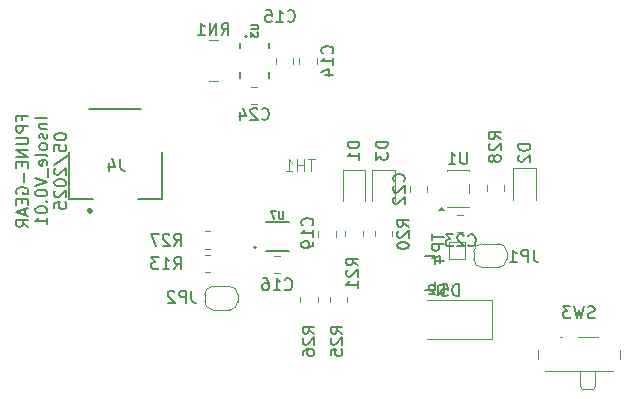
<source format=gbr>
%TF.GenerationSoftware,KiCad,Pcbnew,9.0.2*%
%TF.CreationDate,2025-11-18T20:52:18-03:00*%
%TF.ProjectId,Smart_insoles_2025_v1,536d6172-745f-4696-9e73-6f6c65735f32,rev?*%
%TF.SameCoordinates,Original*%
%TF.FileFunction,Legend,Bot*%
%TF.FilePolarity,Positive*%
%FSLAX46Y46*%
G04 Gerber Fmt 4.6, Leading zero omitted, Abs format (unit mm)*
G04 Created by KiCad (PCBNEW 9.0.2) date 2025-11-18 20:52:18*
%MOMM*%
%LPD*%
G01*
G04 APERTURE LIST*
%ADD10C,0.200000*%
%ADD11C,0.150000*%
%ADD12C,0.100000*%
%ADD13C,0.120000*%
%ADD14C,0.127000*%
%ADD15C,0.300000*%
%ADD16C,0.203200*%
G04 APERTURE END LIST*
D10*
X107623521Y-77342857D02*
X107623521Y-77009524D01*
X108147331Y-77009524D02*
X107147331Y-77009524D01*
X107147331Y-77009524D02*
X107147331Y-77485714D01*
X108147331Y-77866667D02*
X107147331Y-77866667D01*
X107147331Y-77866667D02*
X107147331Y-78247619D01*
X107147331Y-78247619D02*
X107194950Y-78342857D01*
X107194950Y-78342857D02*
X107242569Y-78390476D01*
X107242569Y-78390476D02*
X107337807Y-78438095D01*
X107337807Y-78438095D02*
X107480664Y-78438095D01*
X107480664Y-78438095D02*
X107575902Y-78390476D01*
X107575902Y-78390476D02*
X107623521Y-78342857D01*
X107623521Y-78342857D02*
X107671140Y-78247619D01*
X107671140Y-78247619D02*
X107671140Y-77866667D01*
X107147331Y-78866667D02*
X107956854Y-78866667D01*
X107956854Y-78866667D02*
X108052092Y-78914286D01*
X108052092Y-78914286D02*
X108099712Y-78961905D01*
X108099712Y-78961905D02*
X108147331Y-79057143D01*
X108147331Y-79057143D02*
X108147331Y-79247619D01*
X108147331Y-79247619D02*
X108099712Y-79342857D01*
X108099712Y-79342857D02*
X108052092Y-79390476D01*
X108052092Y-79390476D02*
X107956854Y-79438095D01*
X107956854Y-79438095D02*
X107147331Y-79438095D01*
X108147331Y-79914286D02*
X107147331Y-79914286D01*
X107147331Y-79914286D02*
X108147331Y-80485714D01*
X108147331Y-80485714D02*
X107147331Y-80485714D01*
X107623521Y-80961905D02*
X107623521Y-81295238D01*
X108147331Y-81438095D02*
X108147331Y-80961905D01*
X108147331Y-80961905D02*
X107147331Y-80961905D01*
X107147331Y-80961905D02*
X107147331Y-81438095D01*
X107766378Y-81866667D02*
X107766378Y-82628572D01*
X107194950Y-83628571D02*
X107147331Y-83533333D01*
X107147331Y-83533333D02*
X107147331Y-83390476D01*
X107147331Y-83390476D02*
X107194950Y-83247619D01*
X107194950Y-83247619D02*
X107290188Y-83152381D01*
X107290188Y-83152381D02*
X107385426Y-83104762D01*
X107385426Y-83104762D02*
X107575902Y-83057143D01*
X107575902Y-83057143D02*
X107718759Y-83057143D01*
X107718759Y-83057143D02*
X107909235Y-83104762D01*
X107909235Y-83104762D02*
X108004473Y-83152381D01*
X108004473Y-83152381D02*
X108099712Y-83247619D01*
X108099712Y-83247619D02*
X108147331Y-83390476D01*
X108147331Y-83390476D02*
X108147331Y-83485714D01*
X108147331Y-83485714D02*
X108099712Y-83628571D01*
X108099712Y-83628571D02*
X108052092Y-83676190D01*
X108052092Y-83676190D02*
X107718759Y-83676190D01*
X107718759Y-83676190D02*
X107718759Y-83485714D01*
X107623521Y-84104762D02*
X107623521Y-84438095D01*
X108147331Y-84580952D02*
X108147331Y-84104762D01*
X108147331Y-84104762D02*
X107147331Y-84104762D01*
X107147331Y-84104762D02*
X107147331Y-84580952D01*
X107861616Y-84961905D02*
X107861616Y-85438095D01*
X108147331Y-84866667D02*
X107147331Y-85200000D01*
X107147331Y-85200000D02*
X108147331Y-85533333D01*
X108147331Y-86438095D02*
X107671140Y-86104762D01*
X108147331Y-85866667D02*
X107147331Y-85866667D01*
X107147331Y-85866667D02*
X107147331Y-86247619D01*
X107147331Y-86247619D02*
X107194950Y-86342857D01*
X107194950Y-86342857D02*
X107242569Y-86390476D01*
X107242569Y-86390476D02*
X107337807Y-86438095D01*
X107337807Y-86438095D02*
X107480664Y-86438095D01*
X107480664Y-86438095D02*
X107575902Y-86390476D01*
X107575902Y-86390476D02*
X107623521Y-86342857D01*
X107623521Y-86342857D02*
X107671140Y-86247619D01*
X107671140Y-86247619D02*
X107671140Y-85866667D01*
X109757275Y-77223809D02*
X108757275Y-77223809D01*
X109090608Y-77699999D02*
X109757275Y-77699999D01*
X109185846Y-77699999D02*
X109138227Y-77747618D01*
X109138227Y-77747618D02*
X109090608Y-77842856D01*
X109090608Y-77842856D02*
X109090608Y-77985713D01*
X109090608Y-77985713D02*
X109138227Y-78080951D01*
X109138227Y-78080951D02*
X109233465Y-78128570D01*
X109233465Y-78128570D02*
X109757275Y-78128570D01*
X109709656Y-78557142D02*
X109757275Y-78652380D01*
X109757275Y-78652380D02*
X109757275Y-78842856D01*
X109757275Y-78842856D02*
X109709656Y-78938094D01*
X109709656Y-78938094D02*
X109614417Y-78985713D01*
X109614417Y-78985713D02*
X109566798Y-78985713D01*
X109566798Y-78985713D02*
X109471560Y-78938094D01*
X109471560Y-78938094D02*
X109423941Y-78842856D01*
X109423941Y-78842856D02*
X109423941Y-78699999D01*
X109423941Y-78699999D02*
X109376322Y-78604761D01*
X109376322Y-78604761D02*
X109281084Y-78557142D01*
X109281084Y-78557142D02*
X109233465Y-78557142D01*
X109233465Y-78557142D02*
X109138227Y-78604761D01*
X109138227Y-78604761D02*
X109090608Y-78699999D01*
X109090608Y-78699999D02*
X109090608Y-78842856D01*
X109090608Y-78842856D02*
X109138227Y-78938094D01*
X109757275Y-79557142D02*
X109709656Y-79461904D01*
X109709656Y-79461904D02*
X109662036Y-79414285D01*
X109662036Y-79414285D02*
X109566798Y-79366666D01*
X109566798Y-79366666D02*
X109281084Y-79366666D01*
X109281084Y-79366666D02*
X109185846Y-79414285D01*
X109185846Y-79414285D02*
X109138227Y-79461904D01*
X109138227Y-79461904D02*
X109090608Y-79557142D01*
X109090608Y-79557142D02*
X109090608Y-79699999D01*
X109090608Y-79699999D02*
X109138227Y-79795237D01*
X109138227Y-79795237D02*
X109185846Y-79842856D01*
X109185846Y-79842856D02*
X109281084Y-79890475D01*
X109281084Y-79890475D02*
X109566798Y-79890475D01*
X109566798Y-79890475D02*
X109662036Y-79842856D01*
X109662036Y-79842856D02*
X109709656Y-79795237D01*
X109709656Y-79795237D02*
X109757275Y-79699999D01*
X109757275Y-79699999D02*
X109757275Y-79557142D01*
X109757275Y-80461904D02*
X109709656Y-80366666D01*
X109709656Y-80366666D02*
X109614417Y-80319047D01*
X109614417Y-80319047D02*
X108757275Y-80319047D01*
X109709656Y-81223809D02*
X109757275Y-81128571D01*
X109757275Y-81128571D02*
X109757275Y-80938095D01*
X109757275Y-80938095D02*
X109709656Y-80842857D01*
X109709656Y-80842857D02*
X109614417Y-80795238D01*
X109614417Y-80795238D02*
X109233465Y-80795238D01*
X109233465Y-80795238D02*
X109138227Y-80842857D01*
X109138227Y-80842857D02*
X109090608Y-80938095D01*
X109090608Y-80938095D02*
X109090608Y-81128571D01*
X109090608Y-81128571D02*
X109138227Y-81223809D01*
X109138227Y-81223809D02*
X109233465Y-81271428D01*
X109233465Y-81271428D02*
X109328703Y-81271428D01*
X109328703Y-81271428D02*
X109423941Y-80795238D01*
X109852513Y-81461905D02*
X109852513Y-82223809D01*
X108757275Y-82319048D02*
X109757275Y-82652381D01*
X109757275Y-82652381D02*
X108757275Y-82985714D01*
X108757275Y-83509524D02*
X108757275Y-83604762D01*
X108757275Y-83604762D02*
X108804894Y-83700000D01*
X108804894Y-83700000D02*
X108852513Y-83747619D01*
X108852513Y-83747619D02*
X108947751Y-83795238D01*
X108947751Y-83795238D02*
X109138227Y-83842857D01*
X109138227Y-83842857D02*
X109376322Y-83842857D01*
X109376322Y-83842857D02*
X109566798Y-83795238D01*
X109566798Y-83795238D02*
X109662036Y-83747619D01*
X109662036Y-83747619D02*
X109709656Y-83700000D01*
X109709656Y-83700000D02*
X109757275Y-83604762D01*
X109757275Y-83604762D02*
X109757275Y-83509524D01*
X109757275Y-83509524D02*
X109709656Y-83414286D01*
X109709656Y-83414286D02*
X109662036Y-83366667D01*
X109662036Y-83366667D02*
X109566798Y-83319048D01*
X109566798Y-83319048D02*
X109376322Y-83271429D01*
X109376322Y-83271429D02*
X109138227Y-83271429D01*
X109138227Y-83271429D02*
X108947751Y-83319048D01*
X108947751Y-83319048D02*
X108852513Y-83366667D01*
X108852513Y-83366667D02*
X108804894Y-83414286D01*
X108804894Y-83414286D02*
X108757275Y-83509524D01*
X109662036Y-84271429D02*
X109709656Y-84319048D01*
X109709656Y-84319048D02*
X109757275Y-84271429D01*
X109757275Y-84271429D02*
X109709656Y-84223810D01*
X109709656Y-84223810D02*
X109662036Y-84271429D01*
X109662036Y-84271429D02*
X109757275Y-84271429D01*
X108757275Y-84938095D02*
X108757275Y-85033333D01*
X108757275Y-85033333D02*
X108804894Y-85128571D01*
X108804894Y-85128571D02*
X108852513Y-85176190D01*
X108852513Y-85176190D02*
X108947751Y-85223809D01*
X108947751Y-85223809D02*
X109138227Y-85271428D01*
X109138227Y-85271428D02*
X109376322Y-85271428D01*
X109376322Y-85271428D02*
X109566798Y-85223809D01*
X109566798Y-85223809D02*
X109662036Y-85176190D01*
X109662036Y-85176190D02*
X109709656Y-85128571D01*
X109709656Y-85128571D02*
X109757275Y-85033333D01*
X109757275Y-85033333D02*
X109757275Y-84938095D01*
X109757275Y-84938095D02*
X109709656Y-84842857D01*
X109709656Y-84842857D02*
X109662036Y-84795238D01*
X109662036Y-84795238D02*
X109566798Y-84747619D01*
X109566798Y-84747619D02*
X109376322Y-84700000D01*
X109376322Y-84700000D02*
X109138227Y-84700000D01*
X109138227Y-84700000D02*
X108947751Y-84747619D01*
X108947751Y-84747619D02*
X108852513Y-84795238D01*
X108852513Y-84795238D02*
X108804894Y-84842857D01*
X108804894Y-84842857D02*
X108757275Y-84938095D01*
X109757275Y-86223809D02*
X109757275Y-85652381D01*
X109757275Y-85938095D02*
X108757275Y-85938095D01*
X108757275Y-85938095D02*
X108900132Y-85842857D01*
X108900132Y-85842857D02*
X108995370Y-85747619D01*
X108995370Y-85747619D02*
X109042989Y-85652381D01*
X110367219Y-78747619D02*
X110367219Y-78842857D01*
X110367219Y-78842857D02*
X110414838Y-78938095D01*
X110414838Y-78938095D02*
X110462457Y-78985714D01*
X110462457Y-78985714D02*
X110557695Y-79033333D01*
X110557695Y-79033333D02*
X110748171Y-79080952D01*
X110748171Y-79080952D02*
X110986266Y-79080952D01*
X110986266Y-79080952D02*
X111176742Y-79033333D01*
X111176742Y-79033333D02*
X111271980Y-78985714D01*
X111271980Y-78985714D02*
X111319600Y-78938095D01*
X111319600Y-78938095D02*
X111367219Y-78842857D01*
X111367219Y-78842857D02*
X111367219Y-78747619D01*
X111367219Y-78747619D02*
X111319600Y-78652381D01*
X111319600Y-78652381D02*
X111271980Y-78604762D01*
X111271980Y-78604762D02*
X111176742Y-78557143D01*
X111176742Y-78557143D02*
X110986266Y-78509524D01*
X110986266Y-78509524D02*
X110748171Y-78509524D01*
X110748171Y-78509524D02*
X110557695Y-78557143D01*
X110557695Y-78557143D02*
X110462457Y-78604762D01*
X110462457Y-78604762D02*
X110414838Y-78652381D01*
X110414838Y-78652381D02*
X110367219Y-78747619D01*
X110367219Y-79985714D02*
X110367219Y-79509524D01*
X110367219Y-79509524D02*
X110843409Y-79461905D01*
X110843409Y-79461905D02*
X110795790Y-79509524D01*
X110795790Y-79509524D02*
X110748171Y-79604762D01*
X110748171Y-79604762D02*
X110748171Y-79842857D01*
X110748171Y-79842857D02*
X110795790Y-79938095D01*
X110795790Y-79938095D02*
X110843409Y-79985714D01*
X110843409Y-79985714D02*
X110938647Y-80033333D01*
X110938647Y-80033333D02*
X111176742Y-80033333D01*
X111176742Y-80033333D02*
X111271980Y-79985714D01*
X111271980Y-79985714D02*
X111319600Y-79938095D01*
X111319600Y-79938095D02*
X111367219Y-79842857D01*
X111367219Y-79842857D02*
X111367219Y-79604762D01*
X111367219Y-79604762D02*
X111319600Y-79509524D01*
X111319600Y-79509524D02*
X111271980Y-79461905D01*
X110319600Y-81176190D02*
X111605314Y-80319048D01*
X110462457Y-81461905D02*
X110414838Y-81509524D01*
X110414838Y-81509524D02*
X110367219Y-81604762D01*
X110367219Y-81604762D02*
X110367219Y-81842857D01*
X110367219Y-81842857D02*
X110414838Y-81938095D01*
X110414838Y-81938095D02*
X110462457Y-81985714D01*
X110462457Y-81985714D02*
X110557695Y-82033333D01*
X110557695Y-82033333D02*
X110652933Y-82033333D01*
X110652933Y-82033333D02*
X110795790Y-81985714D01*
X110795790Y-81985714D02*
X111367219Y-81414286D01*
X111367219Y-81414286D02*
X111367219Y-82033333D01*
X110367219Y-82652381D02*
X110367219Y-82747619D01*
X110367219Y-82747619D02*
X110414838Y-82842857D01*
X110414838Y-82842857D02*
X110462457Y-82890476D01*
X110462457Y-82890476D02*
X110557695Y-82938095D01*
X110557695Y-82938095D02*
X110748171Y-82985714D01*
X110748171Y-82985714D02*
X110986266Y-82985714D01*
X110986266Y-82985714D02*
X111176742Y-82938095D01*
X111176742Y-82938095D02*
X111271980Y-82890476D01*
X111271980Y-82890476D02*
X111319600Y-82842857D01*
X111319600Y-82842857D02*
X111367219Y-82747619D01*
X111367219Y-82747619D02*
X111367219Y-82652381D01*
X111367219Y-82652381D02*
X111319600Y-82557143D01*
X111319600Y-82557143D02*
X111271980Y-82509524D01*
X111271980Y-82509524D02*
X111176742Y-82461905D01*
X111176742Y-82461905D02*
X110986266Y-82414286D01*
X110986266Y-82414286D02*
X110748171Y-82414286D01*
X110748171Y-82414286D02*
X110557695Y-82461905D01*
X110557695Y-82461905D02*
X110462457Y-82509524D01*
X110462457Y-82509524D02*
X110414838Y-82557143D01*
X110414838Y-82557143D02*
X110367219Y-82652381D01*
X110462457Y-83366667D02*
X110414838Y-83414286D01*
X110414838Y-83414286D02*
X110367219Y-83509524D01*
X110367219Y-83509524D02*
X110367219Y-83747619D01*
X110367219Y-83747619D02*
X110414838Y-83842857D01*
X110414838Y-83842857D02*
X110462457Y-83890476D01*
X110462457Y-83890476D02*
X110557695Y-83938095D01*
X110557695Y-83938095D02*
X110652933Y-83938095D01*
X110652933Y-83938095D02*
X110795790Y-83890476D01*
X110795790Y-83890476D02*
X111367219Y-83319048D01*
X111367219Y-83319048D02*
X111367219Y-83938095D01*
X110367219Y-84842857D02*
X110367219Y-84366667D01*
X110367219Y-84366667D02*
X110843409Y-84319048D01*
X110843409Y-84319048D02*
X110795790Y-84366667D01*
X110795790Y-84366667D02*
X110748171Y-84461905D01*
X110748171Y-84461905D02*
X110748171Y-84700000D01*
X110748171Y-84700000D02*
X110795790Y-84795238D01*
X110795790Y-84795238D02*
X110843409Y-84842857D01*
X110843409Y-84842857D02*
X110938647Y-84890476D01*
X110938647Y-84890476D02*
X111176742Y-84890476D01*
X111176742Y-84890476D02*
X111271980Y-84842857D01*
X111271980Y-84842857D02*
X111319600Y-84795238D01*
X111319600Y-84795238D02*
X111367219Y-84700000D01*
X111367219Y-84700000D02*
X111367219Y-84461905D01*
X111367219Y-84461905D02*
X111319600Y-84366667D01*
X111319600Y-84366667D02*
X111271980Y-84319048D01*
D11*
X129875857Y-91699180D02*
X129923476Y-91746800D01*
X129923476Y-91746800D02*
X130066333Y-91794419D01*
X130066333Y-91794419D02*
X130161571Y-91794419D01*
X130161571Y-91794419D02*
X130304428Y-91746800D01*
X130304428Y-91746800D02*
X130399666Y-91651561D01*
X130399666Y-91651561D02*
X130447285Y-91556323D01*
X130447285Y-91556323D02*
X130494904Y-91365847D01*
X130494904Y-91365847D02*
X130494904Y-91222990D01*
X130494904Y-91222990D02*
X130447285Y-91032514D01*
X130447285Y-91032514D02*
X130399666Y-90937276D01*
X130399666Y-90937276D02*
X130304428Y-90842038D01*
X130304428Y-90842038D02*
X130161571Y-90794419D01*
X130161571Y-90794419D02*
X130066333Y-90794419D01*
X130066333Y-90794419D02*
X129923476Y-90842038D01*
X129923476Y-90842038D02*
X129875857Y-90889657D01*
X128923476Y-91794419D02*
X129494904Y-91794419D01*
X129209190Y-91794419D02*
X129209190Y-90794419D01*
X129209190Y-90794419D02*
X129304428Y-90937276D01*
X129304428Y-90937276D02*
X129399666Y-91032514D01*
X129399666Y-91032514D02*
X129494904Y-91080133D01*
X128066333Y-90794419D02*
X128256809Y-90794419D01*
X128256809Y-90794419D02*
X128352047Y-90842038D01*
X128352047Y-90842038D02*
X128399666Y-90889657D01*
X128399666Y-90889657D02*
X128494904Y-91032514D01*
X128494904Y-91032514D02*
X128542523Y-91222990D01*
X128542523Y-91222990D02*
X128542523Y-91603942D01*
X128542523Y-91603942D02*
X128494904Y-91699180D01*
X128494904Y-91699180D02*
X128447285Y-91746800D01*
X128447285Y-91746800D02*
X128352047Y-91794419D01*
X128352047Y-91794419D02*
X128161571Y-91794419D01*
X128161571Y-91794419D02*
X128066333Y-91746800D01*
X128066333Y-91746800D02*
X128018714Y-91699180D01*
X128018714Y-91699180D02*
X127971095Y-91603942D01*
X127971095Y-91603942D02*
X127971095Y-91365847D01*
X127971095Y-91365847D02*
X128018714Y-91270609D01*
X128018714Y-91270609D02*
X128066333Y-91222990D01*
X128066333Y-91222990D02*
X128161571Y-91175371D01*
X128161571Y-91175371D02*
X128352047Y-91175371D01*
X128352047Y-91175371D02*
X128447285Y-91222990D01*
X128447285Y-91222990D02*
X128494904Y-91270609D01*
X128494904Y-91270609D02*
X128542523Y-91365847D01*
X134762819Y-95457142D02*
X134286628Y-95123809D01*
X134762819Y-94885714D02*
X133762819Y-94885714D01*
X133762819Y-94885714D02*
X133762819Y-95266666D01*
X133762819Y-95266666D02*
X133810438Y-95361904D01*
X133810438Y-95361904D02*
X133858057Y-95409523D01*
X133858057Y-95409523D02*
X133953295Y-95457142D01*
X133953295Y-95457142D02*
X134096152Y-95457142D01*
X134096152Y-95457142D02*
X134191390Y-95409523D01*
X134191390Y-95409523D02*
X134239009Y-95361904D01*
X134239009Y-95361904D02*
X134286628Y-95266666D01*
X134286628Y-95266666D02*
X134286628Y-94885714D01*
X133858057Y-95838095D02*
X133810438Y-95885714D01*
X133810438Y-95885714D02*
X133762819Y-95980952D01*
X133762819Y-95980952D02*
X133762819Y-96219047D01*
X133762819Y-96219047D02*
X133810438Y-96314285D01*
X133810438Y-96314285D02*
X133858057Y-96361904D01*
X133858057Y-96361904D02*
X133953295Y-96409523D01*
X133953295Y-96409523D02*
X134048533Y-96409523D01*
X134048533Y-96409523D02*
X134191390Y-96361904D01*
X134191390Y-96361904D02*
X134762819Y-95790476D01*
X134762819Y-95790476D02*
X134762819Y-96409523D01*
X133762819Y-97314285D02*
X133762819Y-96838095D01*
X133762819Y-96838095D02*
X134239009Y-96790476D01*
X134239009Y-96790476D02*
X134191390Y-96838095D01*
X134191390Y-96838095D02*
X134143771Y-96933333D01*
X134143771Y-96933333D02*
X134143771Y-97171428D01*
X134143771Y-97171428D02*
X134191390Y-97266666D01*
X134191390Y-97266666D02*
X134239009Y-97314285D01*
X134239009Y-97314285D02*
X134334247Y-97361904D01*
X134334247Y-97361904D02*
X134572342Y-97361904D01*
X134572342Y-97361904D02*
X134667580Y-97314285D01*
X134667580Y-97314285D02*
X134715200Y-97266666D01*
X134715200Y-97266666D02*
X134762819Y-97171428D01*
X134762819Y-97171428D02*
X134762819Y-96933333D01*
X134762819Y-96933333D02*
X134715200Y-96838095D01*
X134715200Y-96838095D02*
X134667580Y-96790476D01*
X120492857Y-90004819D02*
X120826190Y-89528628D01*
X121064285Y-90004819D02*
X121064285Y-89004819D01*
X121064285Y-89004819D02*
X120683333Y-89004819D01*
X120683333Y-89004819D02*
X120588095Y-89052438D01*
X120588095Y-89052438D02*
X120540476Y-89100057D01*
X120540476Y-89100057D02*
X120492857Y-89195295D01*
X120492857Y-89195295D02*
X120492857Y-89338152D01*
X120492857Y-89338152D02*
X120540476Y-89433390D01*
X120540476Y-89433390D02*
X120588095Y-89481009D01*
X120588095Y-89481009D02*
X120683333Y-89528628D01*
X120683333Y-89528628D02*
X121064285Y-89528628D01*
X119540476Y-90004819D02*
X120111904Y-90004819D01*
X119826190Y-90004819D02*
X119826190Y-89004819D01*
X119826190Y-89004819D02*
X119921428Y-89147676D01*
X119921428Y-89147676D02*
X120016666Y-89242914D01*
X120016666Y-89242914D02*
X120111904Y-89290533D01*
X119207142Y-89004819D02*
X118588095Y-89004819D01*
X118588095Y-89004819D02*
X118921428Y-89385771D01*
X118921428Y-89385771D02*
X118778571Y-89385771D01*
X118778571Y-89385771D02*
X118683333Y-89433390D01*
X118683333Y-89433390D02*
X118635714Y-89481009D01*
X118635714Y-89481009D02*
X118588095Y-89576247D01*
X118588095Y-89576247D02*
X118588095Y-89814342D01*
X118588095Y-89814342D02*
X118635714Y-89909580D01*
X118635714Y-89909580D02*
X118683333Y-89957200D01*
X118683333Y-89957200D02*
X118778571Y-90004819D01*
X118778571Y-90004819D02*
X119064285Y-90004819D01*
X119064285Y-90004819D02*
X119159523Y-89957200D01*
X119159523Y-89957200D02*
X119207142Y-89909580D01*
X130122857Y-68977080D02*
X130170476Y-69024700D01*
X130170476Y-69024700D02*
X130313333Y-69072319D01*
X130313333Y-69072319D02*
X130408571Y-69072319D01*
X130408571Y-69072319D02*
X130551428Y-69024700D01*
X130551428Y-69024700D02*
X130646666Y-68929461D01*
X130646666Y-68929461D02*
X130694285Y-68834223D01*
X130694285Y-68834223D02*
X130741904Y-68643747D01*
X130741904Y-68643747D02*
X130741904Y-68500890D01*
X130741904Y-68500890D02*
X130694285Y-68310414D01*
X130694285Y-68310414D02*
X130646666Y-68215176D01*
X130646666Y-68215176D02*
X130551428Y-68119938D01*
X130551428Y-68119938D02*
X130408571Y-68072319D01*
X130408571Y-68072319D02*
X130313333Y-68072319D01*
X130313333Y-68072319D02*
X130170476Y-68119938D01*
X130170476Y-68119938D02*
X130122857Y-68167557D01*
X129170476Y-69072319D02*
X129741904Y-69072319D01*
X129456190Y-69072319D02*
X129456190Y-68072319D01*
X129456190Y-68072319D02*
X129551428Y-68215176D01*
X129551428Y-68215176D02*
X129646666Y-68310414D01*
X129646666Y-68310414D02*
X129741904Y-68358033D01*
X128265714Y-68072319D02*
X128741904Y-68072319D01*
X128741904Y-68072319D02*
X128789523Y-68548509D01*
X128789523Y-68548509D02*
X128741904Y-68500890D01*
X128741904Y-68500890D02*
X128646666Y-68453271D01*
X128646666Y-68453271D02*
X128408571Y-68453271D01*
X128408571Y-68453271D02*
X128313333Y-68500890D01*
X128313333Y-68500890D02*
X128265714Y-68548509D01*
X128265714Y-68548509D02*
X128218095Y-68643747D01*
X128218095Y-68643747D02*
X128218095Y-68881842D01*
X128218095Y-68881842D02*
X128265714Y-68977080D01*
X128265714Y-68977080D02*
X128313333Y-69024700D01*
X128313333Y-69024700D02*
X128408571Y-69072319D01*
X128408571Y-69072319D02*
X128646666Y-69072319D01*
X128646666Y-69072319D02*
X128741904Y-69024700D01*
X128741904Y-69024700D02*
X128789523Y-68977080D01*
X121966333Y-91844419D02*
X121966333Y-92558704D01*
X121966333Y-92558704D02*
X122013952Y-92701561D01*
X122013952Y-92701561D02*
X122109190Y-92796800D01*
X122109190Y-92796800D02*
X122252047Y-92844419D01*
X122252047Y-92844419D02*
X122347285Y-92844419D01*
X121490142Y-92844419D02*
X121490142Y-91844419D01*
X121490142Y-91844419D02*
X121109190Y-91844419D01*
X121109190Y-91844419D02*
X121013952Y-91892038D01*
X121013952Y-91892038D02*
X120966333Y-91939657D01*
X120966333Y-91939657D02*
X120918714Y-92034895D01*
X120918714Y-92034895D02*
X120918714Y-92177752D01*
X120918714Y-92177752D02*
X120966333Y-92272990D01*
X120966333Y-92272990D02*
X121013952Y-92320609D01*
X121013952Y-92320609D02*
X121109190Y-92368228D01*
X121109190Y-92368228D02*
X121490142Y-92368228D01*
X120537761Y-91939657D02*
X120490142Y-91892038D01*
X120490142Y-91892038D02*
X120394904Y-91844419D01*
X120394904Y-91844419D02*
X120156809Y-91844419D01*
X120156809Y-91844419D02*
X120061571Y-91892038D01*
X120061571Y-91892038D02*
X120013952Y-91939657D01*
X120013952Y-91939657D02*
X119966333Y-92034895D01*
X119966333Y-92034895D02*
X119966333Y-92130133D01*
X119966333Y-92130133D02*
X120013952Y-92272990D01*
X120013952Y-92272990D02*
X120585380Y-92844419D01*
X120585380Y-92844419D02*
X119966333Y-92844419D01*
X120492857Y-88004819D02*
X120826190Y-87528628D01*
X121064285Y-88004819D02*
X121064285Y-87004819D01*
X121064285Y-87004819D02*
X120683333Y-87004819D01*
X120683333Y-87004819D02*
X120588095Y-87052438D01*
X120588095Y-87052438D02*
X120540476Y-87100057D01*
X120540476Y-87100057D02*
X120492857Y-87195295D01*
X120492857Y-87195295D02*
X120492857Y-87338152D01*
X120492857Y-87338152D02*
X120540476Y-87433390D01*
X120540476Y-87433390D02*
X120588095Y-87481009D01*
X120588095Y-87481009D02*
X120683333Y-87528628D01*
X120683333Y-87528628D02*
X121064285Y-87528628D01*
X120111904Y-87100057D02*
X120064285Y-87052438D01*
X120064285Y-87052438D02*
X119969047Y-87004819D01*
X119969047Y-87004819D02*
X119730952Y-87004819D01*
X119730952Y-87004819D02*
X119635714Y-87052438D01*
X119635714Y-87052438D02*
X119588095Y-87100057D01*
X119588095Y-87100057D02*
X119540476Y-87195295D01*
X119540476Y-87195295D02*
X119540476Y-87290533D01*
X119540476Y-87290533D02*
X119588095Y-87433390D01*
X119588095Y-87433390D02*
X120159523Y-88004819D01*
X120159523Y-88004819D02*
X119540476Y-88004819D01*
X119207142Y-87004819D02*
X118540476Y-87004819D01*
X118540476Y-87004819D02*
X118969047Y-88004819D01*
X150941333Y-88369419D02*
X150941333Y-89083704D01*
X150941333Y-89083704D02*
X150988952Y-89226561D01*
X150988952Y-89226561D02*
X151084190Y-89321800D01*
X151084190Y-89321800D02*
X151227047Y-89369419D01*
X151227047Y-89369419D02*
X151322285Y-89369419D01*
X150465142Y-89369419D02*
X150465142Y-88369419D01*
X150465142Y-88369419D02*
X150084190Y-88369419D01*
X150084190Y-88369419D02*
X149988952Y-88417038D01*
X149988952Y-88417038D02*
X149941333Y-88464657D01*
X149941333Y-88464657D02*
X149893714Y-88559895D01*
X149893714Y-88559895D02*
X149893714Y-88702752D01*
X149893714Y-88702752D02*
X149941333Y-88797990D01*
X149941333Y-88797990D02*
X149988952Y-88845609D01*
X149988952Y-88845609D02*
X150084190Y-88893228D01*
X150084190Y-88893228D02*
X150465142Y-88893228D01*
X148941333Y-89369419D02*
X149512761Y-89369419D01*
X149227047Y-89369419D02*
X149227047Y-88369419D01*
X149227047Y-88369419D02*
X149322285Y-88512276D01*
X149322285Y-88512276D02*
X149417523Y-88607514D01*
X149417523Y-88607514D02*
X149512761Y-88655133D01*
D12*
X132418713Y-80697019D02*
X131847285Y-80697019D01*
X132132999Y-81697019D02*
X132132999Y-80697019D01*
X131513951Y-81697019D02*
X131513951Y-80697019D01*
X131513951Y-81173209D02*
X130942523Y-81173209D01*
X130942523Y-81697019D02*
X130942523Y-80697019D01*
X129942523Y-81697019D02*
X130513951Y-81697019D01*
X130228237Y-81697019D02*
X130228237Y-80697019D01*
X130228237Y-80697019D02*
X130323475Y-80839876D01*
X130323475Y-80839876D02*
X130418713Y-80935114D01*
X130418713Y-80935114D02*
X130513951Y-80982733D01*
D11*
X127922857Y-77277080D02*
X127970476Y-77324700D01*
X127970476Y-77324700D02*
X128113333Y-77372319D01*
X128113333Y-77372319D02*
X128208571Y-77372319D01*
X128208571Y-77372319D02*
X128351428Y-77324700D01*
X128351428Y-77324700D02*
X128446666Y-77229461D01*
X128446666Y-77229461D02*
X128494285Y-77134223D01*
X128494285Y-77134223D02*
X128541904Y-76943747D01*
X128541904Y-76943747D02*
X128541904Y-76800890D01*
X128541904Y-76800890D02*
X128494285Y-76610414D01*
X128494285Y-76610414D02*
X128446666Y-76515176D01*
X128446666Y-76515176D02*
X128351428Y-76419938D01*
X128351428Y-76419938D02*
X128208571Y-76372319D01*
X128208571Y-76372319D02*
X128113333Y-76372319D01*
X128113333Y-76372319D02*
X127970476Y-76419938D01*
X127970476Y-76419938D02*
X127922857Y-76467557D01*
X127541904Y-76467557D02*
X127494285Y-76419938D01*
X127494285Y-76419938D02*
X127399047Y-76372319D01*
X127399047Y-76372319D02*
X127160952Y-76372319D01*
X127160952Y-76372319D02*
X127065714Y-76419938D01*
X127065714Y-76419938D02*
X127018095Y-76467557D01*
X127018095Y-76467557D02*
X126970476Y-76562795D01*
X126970476Y-76562795D02*
X126970476Y-76658033D01*
X126970476Y-76658033D02*
X127018095Y-76800890D01*
X127018095Y-76800890D02*
X127589523Y-77372319D01*
X127589523Y-77372319D02*
X126970476Y-77372319D01*
X126113333Y-76705652D02*
X126113333Y-77372319D01*
X126351428Y-76324700D02*
X126589523Y-77038985D01*
X126589523Y-77038985D02*
X125970476Y-77038985D01*
X132379819Y-95457142D02*
X131903628Y-95123809D01*
X132379819Y-94885714D02*
X131379819Y-94885714D01*
X131379819Y-94885714D02*
X131379819Y-95266666D01*
X131379819Y-95266666D02*
X131427438Y-95361904D01*
X131427438Y-95361904D02*
X131475057Y-95409523D01*
X131475057Y-95409523D02*
X131570295Y-95457142D01*
X131570295Y-95457142D02*
X131713152Y-95457142D01*
X131713152Y-95457142D02*
X131808390Y-95409523D01*
X131808390Y-95409523D02*
X131856009Y-95361904D01*
X131856009Y-95361904D02*
X131903628Y-95266666D01*
X131903628Y-95266666D02*
X131903628Y-94885714D01*
X131475057Y-95838095D02*
X131427438Y-95885714D01*
X131427438Y-95885714D02*
X131379819Y-95980952D01*
X131379819Y-95980952D02*
X131379819Y-96219047D01*
X131379819Y-96219047D02*
X131427438Y-96314285D01*
X131427438Y-96314285D02*
X131475057Y-96361904D01*
X131475057Y-96361904D02*
X131570295Y-96409523D01*
X131570295Y-96409523D02*
X131665533Y-96409523D01*
X131665533Y-96409523D02*
X131808390Y-96361904D01*
X131808390Y-96361904D02*
X132379819Y-95790476D01*
X132379819Y-95790476D02*
X132379819Y-96409523D01*
X131379819Y-97266666D02*
X131379819Y-97076190D01*
X131379819Y-97076190D02*
X131427438Y-96980952D01*
X131427438Y-96980952D02*
X131475057Y-96933333D01*
X131475057Y-96933333D02*
X131617914Y-96838095D01*
X131617914Y-96838095D02*
X131808390Y-96790476D01*
X131808390Y-96790476D02*
X132189342Y-96790476D01*
X132189342Y-96790476D02*
X132284580Y-96838095D01*
X132284580Y-96838095D02*
X132332200Y-96885714D01*
X132332200Y-96885714D02*
X132379819Y-96980952D01*
X132379819Y-96980952D02*
X132379819Y-97171428D01*
X132379819Y-97171428D02*
X132332200Y-97266666D01*
X132332200Y-97266666D02*
X132284580Y-97314285D01*
X132284580Y-97314285D02*
X132189342Y-97361904D01*
X132189342Y-97361904D02*
X131951247Y-97361904D01*
X131951247Y-97361904D02*
X131856009Y-97314285D01*
X131856009Y-97314285D02*
X131808390Y-97266666D01*
X131808390Y-97266666D02*
X131760771Y-97171428D01*
X131760771Y-97171428D02*
X131760771Y-96980952D01*
X131760771Y-96980952D02*
X131808390Y-96885714D01*
X131808390Y-96885714D02*
X131856009Y-96838095D01*
X131856009Y-96838095D02*
X131951247Y-96790476D01*
X148154819Y-79007142D02*
X147678628Y-78673809D01*
X148154819Y-78435714D02*
X147154819Y-78435714D01*
X147154819Y-78435714D02*
X147154819Y-78816666D01*
X147154819Y-78816666D02*
X147202438Y-78911904D01*
X147202438Y-78911904D02*
X147250057Y-78959523D01*
X147250057Y-78959523D02*
X147345295Y-79007142D01*
X147345295Y-79007142D02*
X147488152Y-79007142D01*
X147488152Y-79007142D02*
X147583390Y-78959523D01*
X147583390Y-78959523D02*
X147631009Y-78911904D01*
X147631009Y-78911904D02*
X147678628Y-78816666D01*
X147678628Y-78816666D02*
X147678628Y-78435714D01*
X147250057Y-79388095D02*
X147202438Y-79435714D01*
X147202438Y-79435714D02*
X147154819Y-79530952D01*
X147154819Y-79530952D02*
X147154819Y-79769047D01*
X147154819Y-79769047D02*
X147202438Y-79864285D01*
X147202438Y-79864285D02*
X147250057Y-79911904D01*
X147250057Y-79911904D02*
X147345295Y-79959523D01*
X147345295Y-79959523D02*
X147440533Y-79959523D01*
X147440533Y-79959523D02*
X147583390Y-79911904D01*
X147583390Y-79911904D02*
X148154819Y-79340476D01*
X148154819Y-79340476D02*
X148154819Y-79959523D01*
X147583390Y-80530952D02*
X147535771Y-80435714D01*
X147535771Y-80435714D02*
X147488152Y-80388095D01*
X147488152Y-80388095D02*
X147392914Y-80340476D01*
X147392914Y-80340476D02*
X147345295Y-80340476D01*
X147345295Y-80340476D02*
X147250057Y-80388095D01*
X147250057Y-80388095D02*
X147202438Y-80435714D01*
X147202438Y-80435714D02*
X147154819Y-80530952D01*
X147154819Y-80530952D02*
X147154819Y-80721428D01*
X147154819Y-80721428D02*
X147202438Y-80816666D01*
X147202438Y-80816666D02*
X147250057Y-80864285D01*
X147250057Y-80864285D02*
X147345295Y-80911904D01*
X147345295Y-80911904D02*
X147392914Y-80911904D01*
X147392914Y-80911904D02*
X147488152Y-80864285D01*
X147488152Y-80864285D02*
X147535771Y-80816666D01*
X147535771Y-80816666D02*
X147583390Y-80721428D01*
X147583390Y-80721428D02*
X147583390Y-80530952D01*
X147583390Y-80530952D02*
X147631009Y-80435714D01*
X147631009Y-80435714D02*
X147678628Y-80388095D01*
X147678628Y-80388095D02*
X147773866Y-80340476D01*
X147773866Y-80340476D02*
X147964342Y-80340476D01*
X147964342Y-80340476D02*
X148059580Y-80388095D01*
X148059580Y-80388095D02*
X148107200Y-80435714D01*
X148107200Y-80435714D02*
X148154819Y-80530952D01*
X148154819Y-80530952D02*
X148154819Y-80721428D01*
X148154819Y-80721428D02*
X148107200Y-80816666D01*
X148107200Y-80816666D02*
X148059580Y-80864285D01*
X148059580Y-80864285D02*
X147964342Y-80911904D01*
X147964342Y-80911904D02*
X147773866Y-80911904D01*
X147773866Y-80911904D02*
X147678628Y-80864285D01*
X147678628Y-80864285D02*
X147631009Y-80816666D01*
X147631009Y-80816666D02*
X147583390Y-80721428D01*
X144623593Y-92274182D02*
X144623593Y-91274182D01*
X144623593Y-91274182D02*
X144385498Y-91274182D01*
X144385498Y-91274182D02*
X144242641Y-91321801D01*
X144242641Y-91321801D02*
X144147403Y-91417039D01*
X144147403Y-91417039D02*
X144099784Y-91512277D01*
X144099784Y-91512277D02*
X144052165Y-91702753D01*
X144052165Y-91702753D02*
X144052165Y-91845610D01*
X144052165Y-91845610D02*
X144099784Y-92036086D01*
X144099784Y-92036086D02*
X144147403Y-92131324D01*
X144147403Y-92131324D02*
X144242641Y-92226563D01*
X144242641Y-92226563D02*
X144385498Y-92274182D01*
X144385498Y-92274182D02*
X144623593Y-92274182D01*
X143147403Y-91274182D02*
X143623593Y-91274182D01*
X143623593Y-91274182D02*
X143671212Y-91750372D01*
X143671212Y-91750372D02*
X143623593Y-91702753D01*
X143623593Y-91702753D02*
X143528355Y-91655134D01*
X143528355Y-91655134D02*
X143290260Y-91655134D01*
X143290260Y-91655134D02*
X143195022Y-91702753D01*
X143195022Y-91702753D02*
X143147403Y-91750372D01*
X143147403Y-91750372D02*
X143099784Y-91845610D01*
X143099784Y-91845610D02*
X143099784Y-92083705D01*
X143099784Y-92083705D02*
X143147403Y-92178943D01*
X143147403Y-92178943D02*
X143195022Y-92226563D01*
X143195022Y-92226563D02*
X143290260Y-92274182D01*
X143290260Y-92274182D02*
X143528355Y-92274182D01*
X143528355Y-92274182D02*
X143623593Y-92226563D01*
X143623593Y-92226563D02*
X143671212Y-92178943D01*
X129752619Y-85123276D02*
X129752619Y-85641371D01*
X129752619Y-85641371D02*
X129722142Y-85702323D01*
X129722142Y-85702323D02*
X129691666Y-85732800D01*
X129691666Y-85732800D02*
X129630714Y-85763276D01*
X129630714Y-85763276D02*
X129508809Y-85763276D01*
X129508809Y-85763276D02*
X129447857Y-85732800D01*
X129447857Y-85732800D02*
X129417380Y-85702323D01*
X129417380Y-85702323D02*
X129386904Y-85641371D01*
X129386904Y-85641371D02*
X129386904Y-85123276D01*
X129143095Y-85123276D02*
X128716428Y-85123276D01*
X128716428Y-85123276D02*
X128990714Y-85763276D01*
X142379819Y-86998095D02*
X142379819Y-87569523D01*
X143379819Y-87283809D02*
X142379819Y-87283809D01*
X143379819Y-87902857D02*
X142379819Y-87902857D01*
X142379819Y-87902857D02*
X142379819Y-88283809D01*
X142379819Y-88283809D02*
X142427438Y-88379047D01*
X142427438Y-88379047D02*
X142475057Y-88426666D01*
X142475057Y-88426666D02*
X142570295Y-88474285D01*
X142570295Y-88474285D02*
X142713152Y-88474285D01*
X142713152Y-88474285D02*
X142808390Y-88426666D01*
X142808390Y-88426666D02*
X142856009Y-88379047D01*
X142856009Y-88379047D02*
X142903628Y-88283809D01*
X142903628Y-88283809D02*
X142903628Y-87902857D01*
X142713152Y-89331428D02*
X143379819Y-89331428D01*
X142332200Y-89093333D02*
X143046485Y-88855238D01*
X143046485Y-88855238D02*
X143046485Y-89474285D01*
X156108332Y-94112200D02*
X155965475Y-94159819D01*
X155965475Y-94159819D02*
X155727380Y-94159819D01*
X155727380Y-94159819D02*
X155632142Y-94112200D01*
X155632142Y-94112200D02*
X155584523Y-94064580D01*
X155584523Y-94064580D02*
X155536904Y-93969342D01*
X155536904Y-93969342D02*
X155536904Y-93874104D01*
X155536904Y-93874104D02*
X155584523Y-93778866D01*
X155584523Y-93778866D02*
X155632142Y-93731247D01*
X155632142Y-93731247D02*
X155727380Y-93683628D01*
X155727380Y-93683628D02*
X155917856Y-93636009D01*
X155917856Y-93636009D02*
X156013094Y-93588390D01*
X156013094Y-93588390D02*
X156060713Y-93540771D01*
X156060713Y-93540771D02*
X156108332Y-93445533D01*
X156108332Y-93445533D02*
X156108332Y-93350295D01*
X156108332Y-93350295D02*
X156060713Y-93255057D01*
X156060713Y-93255057D02*
X156013094Y-93207438D01*
X156013094Y-93207438D02*
X155917856Y-93159819D01*
X155917856Y-93159819D02*
X155679761Y-93159819D01*
X155679761Y-93159819D02*
X155536904Y-93207438D01*
X155203570Y-93159819D02*
X154965475Y-94159819D01*
X154965475Y-94159819D02*
X154774999Y-93445533D01*
X154774999Y-93445533D02*
X154584523Y-94159819D01*
X154584523Y-94159819D02*
X154346428Y-93159819D01*
X154060713Y-93159819D02*
X153441666Y-93159819D01*
X153441666Y-93159819D02*
X153774999Y-93540771D01*
X153774999Y-93540771D02*
X153632142Y-93540771D01*
X153632142Y-93540771D02*
X153536904Y-93588390D01*
X153536904Y-93588390D02*
X153489285Y-93636009D01*
X153489285Y-93636009D02*
X153441666Y-93731247D01*
X153441666Y-93731247D02*
X153441666Y-93969342D01*
X153441666Y-93969342D02*
X153489285Y-94064580D01*
X153489285Y-94064580D02*
X153536904Y-94112200D01*
X153536904Y-94112200D02*
X153632142Y-94159819D01*
X153632142Y-94159819D02*
X153917856Y-94159819D01*
X153917856Y-94159819D02*
X154013094Y-94112200D01*
X154013094Y-94112200D02*
X154060713Y-94064580D01*
X145425857Y-87974180D02*
X145473476Y-88021800D01*
X145473476Y-88021800D02*
X145616333Y-88069419D01*
X145616333Y-88069419D02*
X145711571Y-88069419D01*
X145711571Y-88069419D02*
X145854428Y-88021800D01*
X145854428Y-88021800D02*
X145949666Y-87926561D01*
X145949666Y-87926561D02*
X145997285Y-87831323D01*
X145997285Y-87831323D02*
X146044904Y-87640847D01*
X146044904Y-87640847D02*
X146044904Y-87497990D01*
X146044904Y-87497990D02*
X145997285Y-87307514D01*
X145997285Y-87307514D02*
X145949666Y-87212276D01*
X145949666Y-87212276D02*
X145854428Y-87117038D01*
X145854428Y-87117038D02*
X145711571Y-87069419D01*
X145711571Y-87069419D02*
X145616333Y-87069419D01*
X145616333Y-87069419D02*
X145473476Y-87117038D01*
X145473476Y-87117038D02*
X145425857Y-87164657D01*
X145044904Y-87164657D02*
X144997285Y-87117038D01*
X144997285Y-87117038D02*
X144902047Y-87069419D01*
X144902047Y-87069419D02*
X144663952Y-87069419D01*
X144663952Y-87069419D02*
X144568714Y-87117038D01*
X144568714Y-87117038D02*
X144521095Y-87164657D01*
X144521095Y-87164657D02*
X144473476Y-87259895D01*
X144473476Y-87259895D02*
X144473476Y-87355133D01*
X144473476Y-87355133D02*
X144521095Y-87497990D01*
X144521095Y-87497990D02*
X145092523Y-88069419D01*
X145092523Y-88069419D02*
X144473476Y-88069419D01*
X144140142Y-87069419D02*
X143521095Y-87069419D01*
X143521095Y-87069419D02*
X143854428Y-87450371D01*
X143854428Y-87450371D02*
X143711571Y-87450371D01*
X143711571Y-87450371D02*
X143616333Y-87497990D01*
X143616333Y-87497990D02*
X143568714Y-87545609D01*
X143568714Y-87545609D02*
X143521095Y-87640847D01*
X143521095Y-87640847D02*
X143521095Y-87878942D01*
X143521095Y-87878942D02*
X143568714Y-87974180D01*
X143568714Y-87974180D02*
X143616333Y-88021800D01*
X143616333Y-88021800D02*
X143711571Y-88069419D01*
X143711571Y-88069419D02*
X143997285Y-88069419D01*
X143997285Y-88069419D02*
X144092523Y-88021800D01*
X144092523Y-88021800D02*
X144140142Y-87974180D01*
X124520476Y-70172319D02*
X124853809Y-69696128D01*
X125091904Y-70172319D02*
X125091904Y-69172319D01*
X125091904Y-69172319D02*
X124710952Y-69172319D01*
X124710952Y-69172319D02*
X124615714Y-69219938D01*
X124615714Y-69219938D02*
X124568095Y-69267557D01*
X124568095Y-69267557D02*
X124520476Y-69362795D01*
X124520476Y-69362795D02*
X124520476Y-69505652D01*
X124520476Y-69505652D02*
X124568095Y-69600890D01*
X124568095Y-69600890D02*
X124615714Y-69648509D01*
X124615714Y-69648509D02*
X124710952Y-69696128D01*
X124710952Y-69696128D02*
X125091904Y-69696128D01*
X124091904Y-70172319D02*
X124091904Y-69172319D01*
X124091904Y-69172319D02*
X123520476Y-70172319D01*
X123520476Y-70172319D02*
X123520476Y-69172319D01*
X122520476Y-70172319D02*
X123091904Y-70172319D01*
X122806190Y-70172319D02*
X122806190Y-69172319D01*
X122806190Y-69172319D02*
X122901428Y-69315176D01*
X122901428Y-69315176D02*
X122996666Y-69410414D01*
X122996666Y-69410414D02*
X123091904Y-69458033D01*
X150654819Y-79411905D02*
X149654819Y-79411905D01*
X149654819Y-79411905D02*
X149654819Y-79650000D01*
X149654819Y-79650000D02*
X149702438Y-79792857D01*
X149702438Y-79792857D02*
X149797676Y-79888095D01*
X149797676Y-79888095D02*
X149892914Y-79935714D01*
X149892914Y-79935714D02*
X150083390Y-79983333D01*
X150083390Y-79983333D02*
X150226247Y-79983333D01*
X150226247Y-79983333D02*
X150416723Y-79935714D01*
X150416723Y-79935714D02*
X150511961Y-79888095D01*
X150511961Y-79888095D02*
X150607200Y-79792857D01*
X150607200Y-79792857D02*
X150654819Y-79650000D01*
X150654819Y-79650000D02*
X150654819Y-79411905D01*
X149750057Y-80364286D02*
X149702438Y-80411905D01*
X149702438Y-80411905D02*
X149654819Y-80507143D01*
X149654819Y-80507143D02*
X149654819Y-80745238D01*
X149654819Y-80745238D02*
X149702438Y-80840476D01*
X149702438Y-80840476D02*
X149750057Y-80888095D01*
X149750057Y-80888095D02*
X149845295Y-80935714D01*
X149845295Y-80935714D02*
X149940533Y-80935714D01*
X149940533Y-80935714D02*
X150083390Y-80888095D01*
X150083390Y-80888095D02*
X150654819Y-80316667D01*
X150654819Y-80316667D02*
X150654819Y-80935714D01*
X145324404Y-80104819D02*
X145324404Y-80914342D01*
X145324404Y-80914342D02*
X145276785Y-81009580D01*
X145276785Y-81009580D02*
X145229166Y-81057200D01*
X145229166Y-81057200D02*
X145133928Y-81104819D01*
X145133928Y-81104819D02*
X144943452Y-81104819D01*
X144943452Y-81104819D02*
X144848214Y-81057200D01*
X144848214Y-81057200D02*
X144800595Y-81009580D01*
X144800595Y-81009580D02*
X144752976Y-80914342D01*
X144752976Y-80914342D02*
X144752976Y-80104819D01*
X143752976Y-81104819D02*
X144324404Y-81104819D01*
X144038690Y-81104819D02*
X144038690Y-80104819D01*
X144038690Y-80104819D02*
X144133928Y-80247676D01*
X144133928Y-80247676D02*
X144229166Y-80342914D01*
X144229166Y-80342914D02*
X144324404Y-80390533D01*
X115942062Y-80680743D02*
X115942062Y-81396592D01*
X115942062Y-81396592D02*
X115989786Y-81539762D01*
X115989786Y-81539762D02*
X116085232Y-81635209D01*
X116085232Y-81635209D02*
X116228402Y-81682932D01*
X116228402Y-81682932D02*
X116323849Y-81682932D01*
X115035320Y-81014806D02*
X115035320Y-81682932D01*
X115273936Y-80633020D02*
X115512552Y-81348869D01*
X115512552Y-81348869D02*
X114892150Y-81348869D01*
X136187819Y-79201505D02*
X135187819Y-79201505D01*
X135187819Y-79201505D02*
X135187819Y-79439600D01*
X135187819Y-79439600D02*
X135235438Y-79582457D01*
X135235438Y-79582457D02*
X135330676Y-79677695D01*
X135330676Y-79677695D02*
X135425914Y-79725314D01*
X135425914Y-79725314D02*
X135616390Y-79772933D01*
X135616390Y-79772933D02*
X135759247Y-79772933D01*
X135759247Y-79772933D02*
X135949723Y-79725314D01*
X135949723Y-79725314D02*
X136044961Y-79677695D01*
X136044961Y-79677695D02*
X136140200Y-79582457D01*
X136140200Y-79582457D02*
X136187819Y-79439600D01*
X136187819Y-79439600D02*
X136187819Y-79201505D01*
X136187819Y-80725314D02*
X136187819Y-80153886D01*
X136187819Y-80439600D02*
X135187819Y-80439600D01*
X135187819Y-80439600D02*
X135330676Y-80344362D01*
X135330676Y-80344362D02*
X135425914Y-80249124D01*
X135425914Y-80249124D02*
X135473533Y-80153886D01*
X140387819Y-86396742D02*
X139911628Y-86063409D01*
X140387819Y-85825314D02*
X139387819Y-85825314D01*
X139387819Y-85825314D02*
X139387819Y-86206266D01*
X139387819Y-86206266D02*
X139435438Y-86301504D01*
X139435438Y-86301504D02*
X139483057Y-86349123D01*
X139483057Y-86349123D02*
X139578295Y-86396742D01*
X139578295Y-86396742D02*
X139721152Y-86396742D01*
X139721152Y-86396742D02*
X139816390Y-86349123D01*
X139816390Y-86349123D02*
X139864009Y-86301504D01*
X139864009Y-86301504D02*
X139911628Y-86206266D01*
X139911628Y-86206266D02*
X139911628Y-85825314D01*
X139483057Y-86777695D02*
X139435438Y-86825314D01*
X139435438Y-86825314D02*
X139387819Y-86920552D01*
X139387819Y-86920552D02*
X139387819Y-87158647D01*
X139387819Y-87158647D02*
X139435438Y-87253885D01*
X139435438Y-87253885D02*
X139483057Y-87301504D01*
X139483057Y-87301504D02*
X139578295Y-87349123D01*
X139578295Y-87349123D02*
X139673533Y-87349123D01*
X139673533Y-87349123D02*
X139816390Y-87301504D01*
X139816390Y-87301504D02*
X140387819Y-86730076D01*
X140387819Y-86730076D02*
X140387819Y-87349123D01*
X139387819Y-87968171D02*
X139387819Y-88063409D01*
X139387819Y-88063409D02*
X139435438Y-88158647D01*
X139435438Y-88158647D02*
X139483057Y-88206266D01*
X139483057Y-88206266D02*
X139578295Y-88253885D01*
X139578295Y-88253885D02*
X139768771Y-88301504D01*
X139768771Y-88301504D02*
X140006866Y-88301504D01*
X140006866Y-88301504D02*
X140197342Y-88253885D01*
X140197342Y-88253885D02*
X140292580Y-88206266D01*
X140292580Y-88206266D02*
X140340200Y-88158647D01*
X140340200Y-88158647D02*
X140387819Y-88063409D01*
X140387819Y-88063409D02*
X140387819Y-87968171D01*
X140387819Y-87968171D02*
X140340200Y-87872933D01*
X140340200Y-87872933D02*
X140292580Y-87825314D01*
X140292580Y-87825314D02*
X140197342Y-87777695D01*
X140197342Y-87777695D02*
X140006866Y-87730076D01*
X140006866Y-87730076D02*
X139768771Y-87730076D01*
X139768771Y-87730076D02*
X139578295Y-87777695D01*
X139578295Y-87777695D02*
X139483057Y-87825314D01*
X139483057Y-87825314D02*
X139435438Y-87872933D01*
X139435438Y-87872933D02*
X139387819Y-87968171D01*
X133889580Y-71739642D02*
X133937200Y-71692023D01*
X133937200Y-71692023D02*
X133984819Y-71549166D01*
X133984819Y-71549166D02*
X133984819Y-71453928D01*
X133984819Y-71453928D02*
X133937200Y-71311071D01*
X133937200Y-71311071D02*
X133841961Y-71215833D01*
X133841961Y-71215833D02*
X133746723Y-71168214D01*
X133746723Y-71168214D02*
X133556247Y-71120595D01*
X133556247Y-71120595D02*
X133413390Y-71120595D01*
X133413390Y-71120595D02*
X133222914Y-71168214D01*
X133222914Y-71168214D02*
X133127676Y-71215833D01*
X133127676Y-71215833D02*
X133032438Y-71311071D01*
X133032438Y-71311071D02*
X132984819Y-71453928D01*
X132984819Y-71453928D02*
X132984819Y-71549166D01*
X132984819Y-71549166D02*
X133032438Y-71692023D01*
X133032438Y-71692023D02*
X133080057Y-71739642D01*
X133984819Y-72692023D02*
X133984819Y-72120595D01*
X133984819Y-72406309D02*
X132984819Y-72406309D01*
X132984819Y-72406309D02*
X133127676Y-72311071D01*
X133127676Y-72311071D02*
X133222914Y-72215833D01*
X133222914Y-72215833D02*
X133270533Y-72120595D01*
X133318152Y-73549166D02*
X133984819Y-73549166D01*
X132937200Y-73311071D02*
X133651485Y-73072976D01*
X133651485Y-73072976D02*
X133651485Y-73692023D01*
X142784216Y-92203236D02*
X142860432Y-92165128D01*
X142860432Y-92165128D02*
X142936648Y-92088912D01*
X142936648Y-92088912D02*
X143050972Y-91974588D01*
X143050972Y-91974588D02*
X143127188Y-91936480D01*
X143127188Y-91936480D02*
X143203404Y-91936480D01*
X143165296Y-92127020D02*
X143241512Y-92088912D01*
X143241512Y-92088912D02*
X143317728Y-92012696D01*
X143317728Y-92012696D02*
X143355836Y-91860264D01*
X143355836Y-91860264D02*
X143355836Y-91593508D01*
X143355836Y-91593508D02*
X143317728Y-91441076D01*
X143317728Y-91441076D02*
X143241512Y-91364860D01*
X143241512Y-91364860D02*
X143165296Y-91326752D01*
X143165296Y-91326752D02*
X143012864Y-91326752D01*
X143012864Y-91326752D02*
X142936648Y-91364860D01*
X142936648Y-91364860D02*
X142860432Y-91441076D01*
X142860432Y-91441076D02*
X142822324Y-91593508D01*
X142822324Y-91593508D02*
X142822324Y-91860264D01*
X142822324Y-91860264D02*
X142860432Y-92012696D01*
X142860432Y-92012696D02*
X142936648Y-92088912D01*
X142936648Y-92088912D02*
X143012864Y-92127020D01*
X143012864Y-92127020D02*
X143165296Y-92127020D01*
X142517460Y-91402968D02*
X142479352Y-91364860D01*
X142479352Y-91364860D02*
X142403136Y-91326752D01*
X142403136Y-91326752D02*
X142212596Y-91326752D01*
X142212596Y-91326752D02*
X142136380Y-91364860D01*
X142136380Y-91364860D02*
X142098272Y-91402968D01*
X142098272Y-91402968D02*
X142060164Y-91479184D01*
X142060164Y-91479184D02*
X142060164Y-91555400D01*
X142060164Y-91555400D02*
X142098272Y-91669724D01*
X142098272Y-91669724D02*
X142555568Y-92127020D01*
X142555568Y-92127020D02*
X142060164Y-92127020D01*
X132192580Y-86296742D02*
X132240200Y-86249123D01*
X132240200Y-86249123D02*
X132287819Y-86106266D01*
X132287819Y-86106266D02*
X132287819Y-86011028D01*
X132287819Y-86011028D02*
X132240200Y-85868171D01*
X132240200Y-85868171D02*
X132144961Y-85772933D01*
X132144961Y-85772933D02*
X132049723Y-85725314D01*
X132049723Y-85725314D02*
X131859247Y-85677695D01*
X131859247Y-85677695D02*
X131716390Y-85677695D01*
X131716390Y-85677695D02*
X131525914Y-85725314D01*
X131525914Y-85725314D02*
X131430676Y-85772933D01*
X131430676Y-85772933D02*
X131335438Y-85868171D01*
X131335438Y-85868171D02*
X131287819Y-86011028D01*
X131287819Y-86011028D02*
X131287819Y-86106266D01*
X131287819Y-86106266D02*
X131335438Y-86249123D01*
X131335438Y-86249123D02*
X131383057Y-86296742D01*
X132287819Y-87249123D02*
X132287819Y-86677695D01*
X132287819Y-86963409D02*
X131287819Y-86963409D01*
X131287819Y-86963409D02*
X131430676Y-86868171D01*
X131430676Y-86868171D02*
X131525914Y-86772933D01*
X131525914Y-86772933D02*
X131573533Y-86677695D01*
X132287819Y-87725314D02*
X132287819Y-87915790D01*
X132287819Y-87915790D02*
X132240200Y-88011028D01*
X132240200Y-88011028D02*
X132192580Y-88058647D01*
X132192580Y-88058647D02*
X132049723Y-88153885D01*
X132049723Y-88153885D02*
X131859247Y-88201504D01*
X131859247Y-88201504D02*
X131478295Y-88201504D01*
X131478295Y-88201504D02*
X131383057Y-88153885D01*
X131383057Y-88153885D02*
X131335438Y-88106266D01*
X131335438Y-88106266D02*
X131287819Y-88011028D01*
X131287819Y-88011028D02*
X131287819Y-87820552D01*
X131287819Y-87820552D02*
X131335438Y-87725314D01*
X131335438Y-87725314D02*
X131383057Y-87677695D01*
X131383057Y-87677695D02*
X131478295Y-87630076D01*
X131478295Y-87630076D02*
X131716390Y-87630076D01*
X131716390Y-87630076D02*
X131811628Y-87677695D01*
X131811628Y-87677695D02*
X131859247Y-87725314D01*
X131859247Y-87725314D02*
X131906866Y-87820552D01*
X131906866Y-87820552D02*
X131906866Y-88011028D01*
X131906866Y-88011028D02*
X131859247Y-88106266D01*
X131859247Y-88106266D02*
X131811628Y-88153885D01*
X131811628Y-88153885D02*
X131716390Y-88201504D01*
X138587819Y-79201505D02*
X137587819Y-79201505D01*
X137587819Y-79201505D02*
X137587819Y-79439600D01*
X137587819Y-79439600D02*
X137635438Y-79582457D01*
X137635438Y-79582457D02*
X137730676Y-79677695D01*
X137730676Y-79677695D02*
X137825914Y-79725314D01*
X137825914Y-79725314D02*
X138016390Y-79772933D01*
X138016390Y-79772933D02*
X138159247Y-79772933D01*
X138159247Y-79772933D02*
X138349723Y-79725314D01*
X138349723Y-79725314D02*
X138444961Y-79677695D01*
X138444961Y-79677695D02*
X138540200Y-79582457D01*
X138540200Y-79582457D02*
X138587819Y-79439600D01*
X138587819Y-79439600D02*
X138587819Y-79201505D01*
X137587819Y-80106267D02*
X137587819Y-80725314D01*
X137587819Y-80725314D02*
X137968771Y-80391981D01*
X137968771Y-80391981D02*
X137968771Y-80534838D01*
X137968771Y-80534838D02*
X138016390Y-80630076D01*
X138016390Y-80630076D02*
X138064009Y-80677695D01*
X138064009Y-80677695D02*
X138159247Y-80725314D01*
X138159247Y-80725314D02*
X138397342Y-80725314D01*
X138397342Y-80725314D02*
X138492580Y-80677695D01*
X138492580Y-80677695D02*
X138540200Y-80630076D01*
X138540200Y-80630076D02*
X138587819Y-80534838D01*
X138587819Y-80534838D02*
X138587819Y-80249124D01*
X138587819Y-80249124D02*
X138540200Y-80153886D01*
X138540200Y-80153886D02*
X138492580Y-80106267D01*
X126978276Y-69329880D02*
X127496371Y-69329880D01*
X127496371Y-69329880D02*
X127557323Y-69360357D01*
X127557323Y-69360357D02*
X127587800Y-69390833D01*
X127587800Y-69390833D02*
X127618276Y-69451785D01*
X127618276Y-69451785D02*
X127618276Y-69573690D01*
X127618276Y-69573690D02*
X127587800Y-69634642D01*
X127587800Y-69634642D02*
X127557323Y-69665119D01*
X127557323Y-69665119D02*
X127496371Y-69695595D01*
X127496371Y-69695595D02*
X126978276Y-69695595D01*
X126978276Y-69939404D02*
X126978276Y-70335595D01*
X126978276Y-70335595D02*
X127222085Y-70122261D01*
X127222085Y-70122261D02*
X127222085Y-70213690D01*
X127222085Y-70213690D02*
X127252561Y-70274642D01*
X127252561Y-70274642D02*
X127283038Y-70305118D01*
X127283038Y-70305118D02*
X127343990Y-70335595D01*
X127343990Y-70335595D02*
X127496371Y-70335595D01*
X127496371Y-70335595D02*
X127557323Y-70305118D01*
X127557323Y-70305118D02*
X127587800Y-70274642D01*
X127587800Y-70274642D02*
X127618276Y-70213690D01*
X127618276Y-70213690D02*
X127618276Y-70030833D01*
X127618276Y-70030833D02*
X127587800Y-69969880D01*
X127587800Y-69969880D02*
X127557323Y-69939404D01*
X139942580Y-82571742D02*
X139990200Y-82524123D01*
X139990200Y-82524123D02*
X140037819Y-82381266D01*
X140037819Y-82381266D02*
X140037819Y-82286028D01*
X140037819Y-82286028D02*
X139990200Y-82143171D01*
X139990200Y-82143171D02*
X139894961Y-82047933D01*
X139894961Y-82047933D02*
X139799723Y-82000314D01*
X139799723Y-82000314D02*
X139609247Y-81952695D01*
X139609247Y-81952695D02*
X139466390Y-81952695D01*
X139466390Y-81952695D02*
X139275914Y-82000314D01*
X139275914Y-82000314D02*
X139180676Y-82047933D01*
X139180676Y-82047933D02*
X139085438Y-82143171D01*
X139085438Y-82143171D02*
X139037819Y-82286028D01*
X139037819Y-82286028D02*
X139037819Y-82381266D01*
X139037819Y-82381266D02*
X139085438Y-82524123D01*
X139085438Y-82524123D02*
X139133057Y-82571742D01*
X139133057Y-82952695D02*
X139085438Y-83000314D01*
X139085438Y-83000314D02*
X139037819Y-83095552D01*
X139037819Y-83095552D02*
X139037819Y-83333647D01*
X139037819Y-83333647D02*
X139085438Y-83428885D01*
X139085438Y-83428885D02*
X139133057Y-83476504D01*
X139133057Y-83476504D02*
X139228295Y-83524123D01*
X139228295Y-83524123D02*
X139323533Y-83524123D01*
X139323533Y-83524123D02*
X139466390Y-83476504D01*
X139466390Y-83476504D02*
X140037819Y-82905076D01*
X140037819Y-82905076D02*
X140037819Y-83524123D01*
X139133057Y-83905076D02*
X139085438Y-83952695D01*
X139085438Y-83952695D02*
X139037819Y-84047933D01*
X139037819Y-84047933D02*
X139037819Y-84286028D01*
X139037819Y-84286028D02*
X139085438Y-84381266D01*
X139085438Y-84381266D02*
X139133057Y-84428885D01*
X139133057Y-84428885D02*
X139228295Y-84476504D01*
X139228295Y-84476504D02*
X139323533Y-84476504D01*
X139323533Y-84476504D02*
X139466390Y-84428885D01*
X139466390Y-84428885D02*
X140037819Y-83857457D01*
X140037819Y-83857457D02*
X140037819Y-84476504D01*
X136087819Y-89696742D02*
X135611628Y-89363409D01*
X136087819Y-89125314D02*
X135087819Y-89125314D01*
X135087819Y-89125314D02*
X135087819Y-89506266D01*
X135087819Y-89506266D02*
X135135438Y-89601504D01*
X135135438Y-89601504D02*
X135183057Y-89649123D01*
X135183057Y-89649123D02*
X135278295Y-89696742D01*
X135278295Y-89696742D02*
X135421152Y-89696742D01*
X135421152Y-89696742D02*
X135516390Y-89649123D01*
X135516390Y-89649123D02*
X135564009Y-89601504D01*
X135564009Y-89601504D02*
X135611628Y-89506266D01*
X135611628Y-89506266D02*
X135611628Y-89125314D01*
X135183057Y-90077695D02*
X135135438Y-90125314D01*
X135135438Y-90125314D02*
X135087819Y-90220552D01*
X135087819Y-90220552D02*
X135087819Y-90458647D01*
X135087819Y-90458647D02*
X135135438Y-90553885D01*
X135135438Y-90553885D02*
X135183057Y-90601504D01*
X135183057Y-90601504D02*
X135278295Y-90649123D01*
X135278295Y-90649123D02*
X135373533Y-90649123D01*
X135373533Y-90649123D02*
X135516390Y-90601504D01*
X135516390Y-90601504D02*
X136087819Y-90030076D01*
X136087819Y-90030076D02*
X136087819Y-90649123D01*
X136087819Y-91601504D02*
X136087819Y-91030076D01*
X136087819Y-91315790D02*
X135087819Y-91315790D01*
X135087819Y-91315790D02*
X135230676Y-91220552D01*
X135230676Y-91220552D02*
X135325914Y-91125314D01*
X135325914Y-91125314D02*
X135373533Y-91030076D01*
D13*
%TO.C,C16*%
X129473752Y-88865000D02*
X128951248Y-88865000D01*
X129473752Y-90335000D02*
X128951248Y-90335000D01*
%TO.C,R25*%
X133690000Y-92827064D02*
X133690000Y-92372936D01*
X135160000Y-92827064D02*
X135160000Y-92372936D01*
%TO.C,R13*%
X123577064Y-88815000D02*
X123122936Y-88815000D01*
X123577064Y-90285000D02*
X123122936Y-90285000D01*
%TO.C,C15*%
X129095000Y-72093748D02*
X129095000Y-72616252D01*
X130565000Y-72093748D02*
X130565000Y-72616252D01*
%TO.C,JP2*%
X123100000Y-92150000D02*
X123100000Y-92750000D01*
X123800000Y-93450000D02*
X125200000Y-93450000D01*
X125200000Y-91450000D02*
X123800000Y-91450000D01*
X125900000Y-92750000D02*
X125900000Y-92150000D01*
X123100000Y-92150000D02*
G75*
G02*
X123800000Y-91450000I699999J1D01*
G01*
X123800000Y-93450000D02*
G75*
G02*
X123100000Y-92750000I-1J699999D01*
G01*
X125200000Y-91450000D02*
G75*
G02*
X125900000Y-92150000I0J-700000D01*
G01*
X125900000Y-92750000D02*
G75*
G02*
X125200000Y-93450000I-700000J0D01*
G01*
%TO.C,R27*%
X123577064Y-86815000D02*
X123122936Y-86815000D01*
X123577064Y-88285000D02*
X123122936Y-88285000D01*
%TO.C,JP1*%
X145875000Y-88550000D02*
X145875000Y-89150000D01*
X146575000Y-89850000D02*
X147975000Y-89850000D01*
X147975000Y-87850000D02*
X146575000Y-87850000D01*
X148675000Y-89150000D02*
X148675000Y-88550000D01*
X145875000Y-88550000D02*
G75*
G02*
X146575000Y-87850000I699999J1D01*
G01*
X146575000Y-89850000D02*
G75*
G02*
X145875000Y-89150000I-1J699999D01*
G01*
X147975000Y-87850000D02*
G75*
G02*
X148675000Y-88550000I0J-700000D01*
G01*
X148675000Y-89150000D02*
G75*
G02*
X147975000Y-89850000I-700000J0D01*
G01*
%TO.C,C24*%
X127553752Y-74582500D02*
X127031248Y-74582500D01*
X127553752Y-76052500D02*
X127031248Y-76052500D01*
%TO.C,R26*%
X131190000Y-92827064D02*
X131190000Y-92372936D01*
X132660000Y-92827064D02*
X132660000Y-92372936D01*
%TO.C,R28*%
X146965000Y-83377064D02*
X146965000Y-82922936D01*
X148435000Y-83377064D02*
X148435000Y-82922936D01*
%TO.C,D5*%
X147460000Y-92650000D02*
X141950000Y-92650000D01*
X147460000Y-92650000D02*
X147460000Y-95950000D01*
X147460000Y-95950000D02*
X141950000Y-95950000D01*
D14*
%TO.C,U7*%
X128265000Y-86045000D02*
X130265000Y-86045000D01*
X128265000Y-88505000D02*
X130265000Y-88505000D01*
D10*
X127465000Y-88175000D02*
G75*
G02*
X127265000Y-88175000I-100000J0D01*
G01*
X127265000Y-88175000D02*
G75*
G02*
X127465000Y-88175000I100000J0D01*
G01*
D13*
%TO.C,TP4*%
X143750000Y-87725000D02*
X143750000Y-89125000D01*
X143750000Y-89125000D02*
X145150000Y-89125000D01*
X145150000Y-87725000D02*
X143750000Y-87725000D01*
X145150000Y-89125000D02*
X145150000Y-87725000D01*
%TO.C,SW3*%
X151325000Y-97625000D02*
X151325000Y-96835000D01*
X153375000Y-95785000D02*
X153175000Y-95785000D01*
X154875000Y-99925000D02*
X154875000Y-98635000D01*
X154875000Y-99925000D02*
X155075000Y-100135000D01*
X155975000Y-100135000D02*
X155075000Y-100135000D01*
X156175000Y-98635000D02*
X156175000Y-99925000D01*
X156175000Y-99925000D02*
X155975000Y-100135000D01*
X156375000Y-95785000D02*
X154675000Y-95785000D01*
X157625000Y-98635000D02*
X151925000Y-98635000D01*
X158225000Y-96835000D02*
X158225000Y-97625000D01*
%TO.C,C23*%
X144476248Y-85415000D02*
X144998752Y-85415000D01*
X144476248Y-86885000D02*
X144998752Y-86885000D01*
%TO.C,RN1*%
X123430000Y-70597500D02*
X124230000Y-70597500D01*
X123430000Y-74037500D02*
X124230000Y-74037500D01*
%TO.C,D2*%
X149240000Y-81465000D02*
X151160000Y-81465000D01*
X149240000Y-84150000D02*
X149240000Y-81465000D01*
X151160000Y-81465000D02*
X151160000Y-84150000D01*
%TO.C,U1*%
X143652500Y-81640000D02*
X143652500Y-81690000D01*
X143652500Y-84710000D02*
X143652500Y-84760000D01*
X143652500Y-84760000D02*
X145472500Y-84760000D01*
X145472500Y-81640000D02*
X143652500Y-81640000D01*
X145472500Y-81690000D02*
X145472500Y-81640000D01*
X145472500Y-83590000D02*
X145472500Y-82810000D01*
X145472500Y-84760000D02*
X145472500Y-84710000D01*
X143352500Y-85040000D02*
X142872500Y-85040000D01*
X143112500Y-84710000D01*
X143352500Y-85040000D01*
G36*
X143352500Y-85040000D02*
G01*
X142872500Y-85040000D01*
X143112500Y-84710000D01*
X143352500Y-85040000D01*
G37*
D14*
%TO.C,J4*%
X111575000Y-84062500D02*
X111575000Y-80062500D01*
X113325000Y-76462500D02*
X117725000Y-76462500D01*
X113625000Y-84062500D02*
X111575000Y-84062500D01*
X119475000Y-80062500D02*
X119475000Y-84062500D01*
X119475000Y-84062500D02*
X117425000Y-84062500D01*
D15*
X113475000Y-85062500D02*
G75*
G02*
X113275000Y-85062500I-100000J0D01*
G01*
X113275000Y-85062500D02*
G75*
G02*
X113475000Y-85062500I100000J0D01*
G01*
D13*
%TO.C,D1*%
X134790000Y-81577500D02*
X136710000Y-81577500D01*
X134790000Y-84262500D02*
X134790000Y-81577500D01*
X136710000Y-81577500D02*
X136710000Y-84262500D01*
%TO.C,R20*%
X137515000Y-87202064D02*
X137515000Y-86747936D01*
X138985000Y-87202064D02*
X138985000Y-86747936D01*
%TO.C,C14*%
X131095000Y-72093748D02*
X131095000Y-72616252D01*
X132565000Y-72093748D02*
X132565000Y-72616252D01*
D16*
%TO.C,Q2*%
X141772600Y-91772400D02*
X142585400Y-91772400D01*
X142585400Y-88927600D02*
X141772600Y-88927600D01*
X142585400Y-89586400D02*
X142585400Y-88927600D01*
X142585400Y-91772400D02*
X142585400Y-91113600D01*
D13*
%TO.C,C19*%
X132715000Y-86776248D02*
X132715000Y-87298752D01*
X134185000Y-86776248D02*
X134185000Y-87298752D01*
%TO.C,D3*%
X137290000Y-81577500D02*
X139210000Y-81577500D01*
X137290000Y-84262500D02*
X137290000Y-81577500D01*
X139210000Y-81577500D02*
X139210000Y-84262500D01*
D14*
%TO.C,U3*%
X126080000Y-70817500D02*
X126080000Y-71317500D01*
X126080000Y-73817500D02*
X126080000Y-73317500D01*
X128580000Y-70817500D02*
X128580000Y-71317500D01*
X128580000Y-73817500D02*
X128580000Y-73317500D01*
D10*
X126680000Y-70317500D02*
G75*
G02*
X126480000Y-70317500I-100000J0D01*
G01*
X126480000Y-70317500D02*
G75*
G02*
X126680000Y-70317500I100000J0D01*
G01*
D13*
%TO.C,C22*%
X140465000Y-82926248D02*
X140465000Y-83448752D01*
X141935000Y-82926248D02*
X141935000Y-83448752D01*
%TO.C,R21*%
X135015000Y-87202064D02*
X135015000Y-86747936D01*
X136485000Y-87202064D02*
X136485000Y-86747936D01*
%TD*%
M02*

</source>
